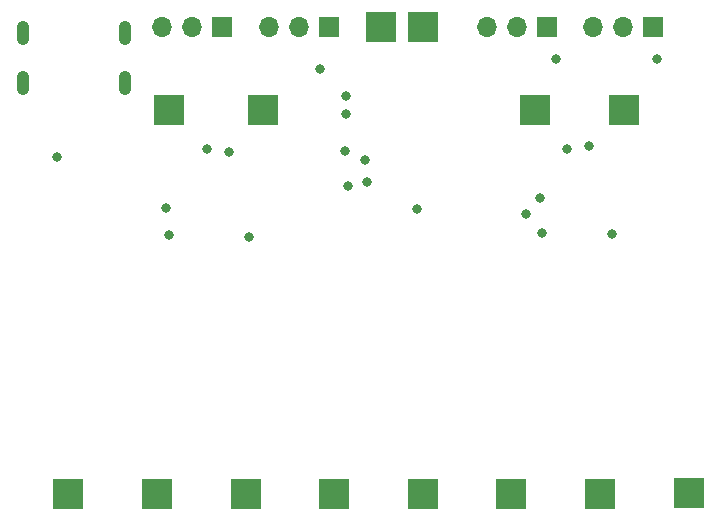
<source format=gbr>
%TF.GenerationSoftware,KiCad,Pcbnew,(6.0.4)*%
%TF.CreationDate,2023-01-21T01:53:35+00:00*%
%TF.ProjectId,Diff_probe,44696666-5f70-4726-9f62-652e6b696361,rev?*%
%TF.SameCoordinates,Original*%
%TF.FileFunction,Copper,L4,Bot*%
%TF.FilePolarity,Positive*%
%FSLAX46Y46*%
G04 Gerber Fmt 4.6, Leading zero omitted, Abs format (unit mm)*
G04 Created by KiCad (PCBNEW (6.0.4)) date 2023-01-21 01:53:35*
%MOMM*%
%LPD*%
G01*
G04 APERTURE LIST*
%TA.AperFunction,ComponentPad*%
%ADD10R,2.500000X2.500000*%
%TD*%
%TA.AperFunction,ComponentPad*%
%ADD11R,1.700000X1.700000*%
%TD*%
%TA.AperFunction,ComponentPad*%
%ADD12O,1.700000X1.700000*%
%TD*%
%TA.AperFunction,ComponentPad*%
%ADD13O,1.050000X2.100000*%
%TD*%
%TA.AperFunction,ViaPad*%
%ADD14C,0.800000*%
%TD*%
G04 APERTURE END LIST*
D10*
%TO.P,TP11,1,1*%
%TO.N,Net-(R23-Pad1)*%
X173000000Y-58500000D03*
%TD*%
D11*
%TO.P,J5,1,Pin_1*%
%TO.N,GND*%
X177525000Y-19000000D03*
D12*
%TO.P,J5,2,Pin_2*%
%TO.N,Output4*%
X174985000Y-19000000D03*
%TO.P,J5,3,Pin_3*%
%TO.N,+5V*%
X172445000Y-19000000D03*
%TD*%
D10*
%TO.P,TP13,1,1*%
%TO.N,Net-(JP7-Pad2)*%
X167500000Y-26000000D03*
%TD*%
%TO.P,TP4,1,1*%
%TO.N,Net-(R2-Pad1)*%
X143000000Y-58500000D03*
%TD*%
%TO.P,TP9,1,1*%
%TO.N,Net-(R21-Pad1)*%
X158000000Y-58500000D03*
%TD*%
D11*
%TO.P,J1,1,Pin_1*%
%TO.N,GND*%
X141000000Y-19000000D03*
D12*
%TO.P,J1,2,Pin_2*%
%TO.N,Output1*%
X138460000Y-19000000D03*
%TO.P,J1,3,Pin_3*%
%TO.N,+5V*%
X135920000Y-19000000D03*
%TD*%
D11*
%TO.P,J3,1,Pin_1*%
%TO.N,GND*%
X150025000Y-19000000D03*
D12*
%TO.P,J3,2,Pin_2*%
%TO.N,Output2*%
X147485000Y-19000000D03*
%TO.P,J3,3,Pin_3*%
%TO.N,+5V*%
X144945000Y-19000000D03*
%TD*%
D11*
%TO.P,J4,1,Pin_1*%
%TO.N,GND*%
X168500000Y-19000000D03*
D12*
%TO.P,J4,2,Pin_2*%
%TO.N,Output3*%
X165960000Y-19000000D03*
%TO.P,J4,3,Pin_3*%
%TO.N,+5V*%
X163420000Y-19000000D03*
%TD*%
D13*
%TO.P,J2,S1,SHIELD*%
%TO.N,GND*%
X132820000Y-23680000D03*
%TO.P,J2,S2,SHIELD*%
X124180000Y-23680000D03*
%TO.P,J2,S3,SHIELD*%
X132820000Y-19500000D03*
%TO.P,J2,S4,SHIELD*%
X124180000Y-19500000D03*
%TD*%
D10*
%TO.P,TP10,1,1*%
%TO.N,Net-(R22-Pad1)*%
X165500000Y-58500000D03*
%TD*%
%TO.P,TP1,1,1*%
%TO.N,Net-(R3-Pad1)*%
X128000000Y-58500000D03*
%TD*%
%TO.P,TP8,1,1*%
%TO.N,GND*%
X154450000Y-19000000D03*
%TD*%
%TO.P,TP6,1,1*%
%TO.N,Net-(JP4-Pad2)*%
X144500000Y-26000000D03*
%TD*%
%TO.P,TP14,1,1*%
%TO.N,Net-(JP8-Pad2)*%
X175000000Y-26000000D03*
%TD*%
%TO.P,TP7,1,1*%
%TO.N,+5V*%
X158000000Y-19000000D03*
%TD*%
%TO.P,TP12,1,1*%
%TO.N,Net-(R24-Pad1)*%
X180500000Y-58462500D03*
%TD*%
%TO.P,TP5,1,1*%
%TO.N,Net-(R12-Pad1)*%
X150500000Y-58500000D03*
%TD*%
%TO.P,TP3,1,1*%
%TO.N,Net-(JP2-Pad2)*%
X136500000Y-26000000D03*
%TD*%
%TO.P,TP2,1,1*%
%TO.N,Net-(R4-Pad1)*%
X135500000Y-58500000D03*
%TD*%
D14*
%TO.N,GND*%
X151500000Y-26300000D03*
%TO.N,+5V*%
X151525500Y-24800000D03*
%TO.N,+2V5*%
X143275000Y-36725000D03*
X136504845Y-36572675D03*
X157500000Y-34362500D03*
X168050000Y-36450000D03*
X174000000Y-36500000D03*
%TO.N,GND*%
X169275000Y-21725000D03*
X166725000Y-34775000D03*
X177825000Y-21675000D03*
X170225000Y-29275000D03*
X151675000Y-32456250D03*
X139725000Y-29275000D03*
X153256250Y-32075000D03*
X149275000Y-22500000D03*
X136225000Y-34275000D03*
X167927223Y-33481346D03*
%TO.N,+5V*%
X172075000Y-29075000D03*
X141575000Y-29575000D03*
X153081250Y-30200000D03*
X127000000Y-30000000D03*
X151375000Y-29456250D03*
%TD*%
M02*

</source>
